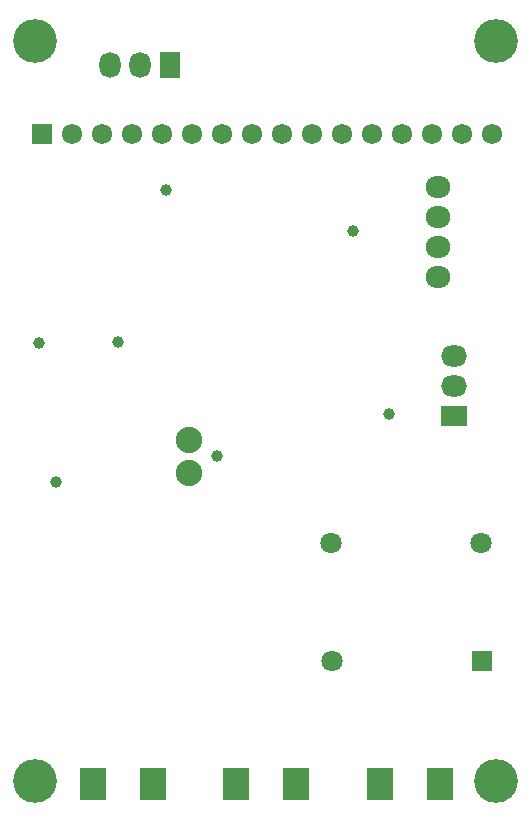
<source format=gbs>
G04*
G04 #@! TF.GenerationSoftware,Altium Limited,Altium Designer,21.9.2 (33)*
G04*
G04 Layer_Color=16711935*
%FSTAX25Y25*%
%MOIN*%
G70*
G04*
G04 #@! TF.SameCoordinates,0F4E3B0E-42B1-4E8D-80DC-DAFE1E1038FA*
G04*
G04*
G04 #@! TF.FilePolarity,Negative*
G04*
G01*
G75*
%ADD50O,0.08300X0.07300*%
%ADD51C,0.14600*%
%ADD52C,0.07099*%
%ADD53R,0.07099X0.07099*%
%ADD54C,0.08800*%
%ADD55O,0.07099X0.08674*%
%ADD56R,0.07099X0.08674*%
%ADD57O,0.08674X0.07099*%
%ADD58R,0.08674X0.07099*%
%ADD59R,0.08674X0.10642*%
%ADD60C,0.06784*%
%ADD61R,0.06784X0.06784*%
%ADD62C,0.03950*%
D50*
X04805Y02884D02*
D03*
Y02985D02*
D03*
Y03083D02*
D03*
Y03184D02*
D03*
D51*
X0499801Y0367D02*
D03*
X0346D02*
D03*
X0499801Y01205D02*
D03*
X0346D02*
D03*
D52*
X0494712Y0199753D02*
D03*
X0444712D02*
D03*
X0445Y01605D02*
D03*
D53*
X0495D02*
D03*
D54*
X03974Y0233924D02*
D03*
Y0222923D02*
D03*
D55*
X0371Y0359D02*
D03*
X0381D02*
D03*
D56*
X0391D02*
D03*
D57*
X04857Y02621D02*
D03*
Y02521D02*
D03*
D58*
Y02421D02*
D03*
D59*
X0481Y01195D02*
D03*
X0461D02*
D03*
X043325D02*
D03*
X041325D02*
D03*
X03855D02*
D03*
X03655D02*
D03*
D60*
X04985Y0336D02*
D03*
X04885D02*
D03*
X04785D02*
D03*
X04685D02*
D03*
X04485D02*
D03*
X04285D02*
D03*
X04185D02*
D03*
X03985D02*
D03*
X03885D02*
D03*
X03785D02*
D03*
X03585D02*
D03*
X03685D02*
D03*
X04085D02*
D03*
X04385D02*
D03*
X04585D02*
D03*
D61*
X03485D02*
D03*
D62*
X04069Y02286D02*
D03*
X03898Y03172D02*
D03*
X04643Y02428D02*
D03*
X0452Y03036D02*
D03*
X03475Y02665D02*
D03*
X03739Y02667D02*
D03*
X0353Y022D02*
D03*
M02*

</source>
